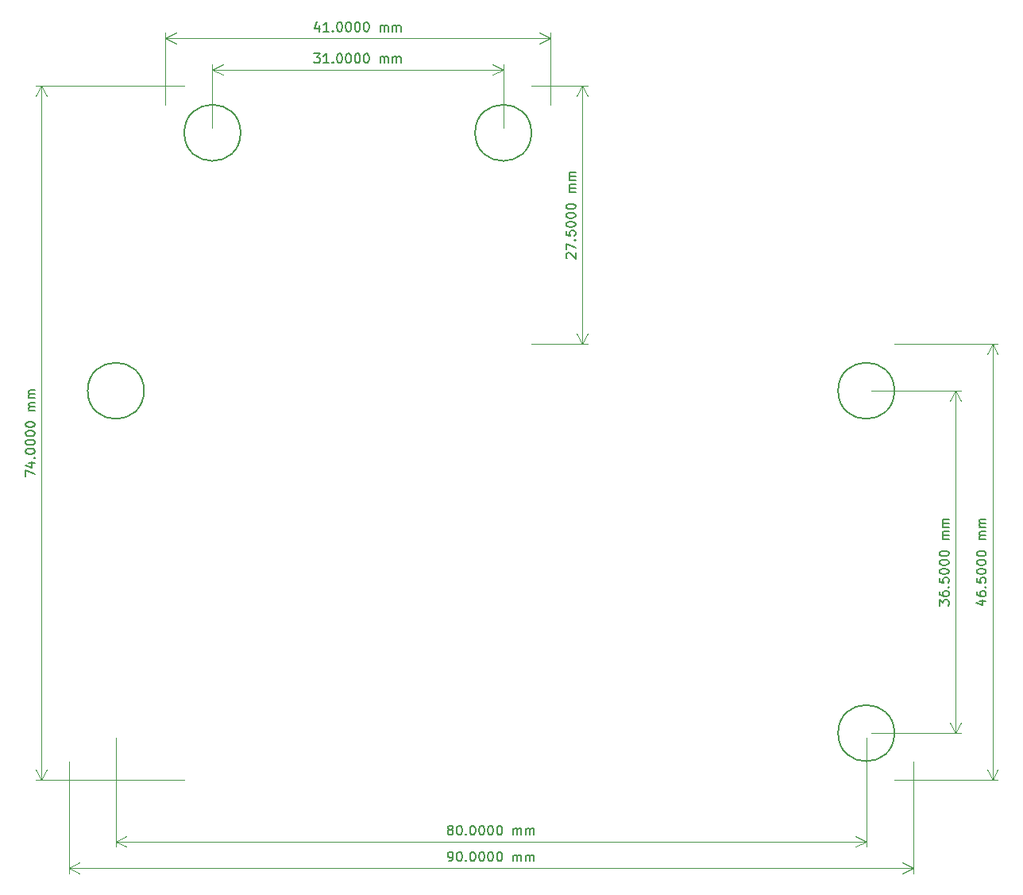
<source format=gbr>
%TF.GenerationSoftware,KiCad,Pcbnew,8.0.5*%
%TF.CreationDate,2024-10-22T02:20:09+09:00*%
%TF.ProjectId,fsk-energymeter,66736b2d-656e-4657-9267-796d65746572,v0.0.1*%
%TF.SameCoordinates,Original*%
%TF.FileFunction,Other,Comment*%
%FSLAX46Y46*%
G04 Gerber Fmt 4.6, Leading zero omitted, Abs format (unit mm)*
G04 Created by KiCad (PCBNEW 8.0.5) date 2024-10-22 02:20:09*
%MOMM*%
%LPD*%
G01*
G04 APERTURE LIST*
%ADD10C,0.150000*%
%ADD11C,0.100000*%
G04 APERTURE END LIST*
D10*
X75874820Y-86266665D02*
X75874820Y-85599999D01*
X75874820Y-85599999D02*
X76874820Y-86028570D01*
X76208153Y-84790475D02*
X76874820Y-84790475D01*
X75827201Y-85028570D02*
X76541486Y-85266665D01*
X76541486Y-85266665D02*
X76541486Y-84647618D01*
X76779581Y-84266665D02*
X76827201Y-84219046D01*
X76827201Y-84219046D02*
X76874820Y-84266665D01*
X76874820Y-84266665D02*
X76827201Y-84314284D01*
X76827201Y-84314284D02*
X76779581Y-84266665D01*
X76779581Y-84266665D02*
X76874820Y-84266665D01*
X75874820Y-83599999D02*
X75874820Y-83504761D01*
X75874820Y-83504761D02*
X75922439Y-83409523D01*
X75922439Y-83409523D02*
X75970058Y-83361904D01*
X75970058Y-83361904D02*
X76065296Y-83314285D01*
X76065296Y-83314285D02*
X76255772Y-83266666D01*
X76255772Y-83266666D02*
X76493867Y-83266666D01*
X76493867Y-83266666D02*
X76684343Y-83314285D01*
X76684343Y-83314285D02*
X76779581Y-83361904D01*
X76779581Y-83361904D02*
X76827201Y-83409523D01*
X76827201Y-83409523D02*
X76874820Y-83504761D01*
X76874820Y-83504761D02*
X76874820Y-83599999D01*
X76874820Y-83599999D02*
X76827201Y-83695237D01*
X76827201Y-83695237D02*
X76779581Y-83742856D01*
X76779581Y-83742856D02*
X76684343Y-83790475D01*
X76684343Y-83790475D02*
X76493867Y-83838094D01*
X76493867Y-83838094D02*
X76255772Y-83838094D01*
X76255772Y-83838094D02*
X76065296Y-83790475D01*
X76065296Y-83790475D02*
X75970058Y-83742856D01*
X75970058Y-83742856D02*
X75922439Y-83695237D01*
X75922439Y-83695237D02*
X75874820Y-83599999D01*
X75874820Y-82647618D02*
X75874820Y-82552380D01*
X75874820Y-82552380D02*
X75922439Y-82457142D01*
X75922439Y-82457142D02*
X75970058Y-82409523D01*
X75970058Y-82409523D02*
X76065296Y-82361904D01*
X76065296Y-82361904D02*
X76255772Y-82314285D01*
X76255772Y-82314285D02*
X76493867Y-82314285D01*
X76493867Y-82314285D02*
X76684343Y-82361904D01*
X76684343Y-82361904D02*
X76779581Y-82409523D01*
X76779581Y-82409523D02*
X76827201Y-82457142D01*
X76827201Y-82457142D02*
X76874820Y-82552380D01*
X76874820Y-82552380D02*
X76874820Y-82647618D01*
X76874820Y-82647618D02*
X76827201Y-82742856D01*
X76827201Y-82742856D02*
X76779581Y-82790475D01*
X76779581Y-82790475D02*
X76684343Y-82838094D01*
X76684343Y-82838094D02*
X76493867Y-82885713D01*
X76493867Y-82885713D02*
X76255772Y-82885713D01*
X76255772Y-82885713D02*
X76065296Y-82838094D01*
X76065296Y-82838094D02*
X75970058Y-82790475D01*
X75970058Y-82790475D02*
X75922439Y-82742856D01*
X75922439Y-82742856D02*
X75874820Y-82647618D01*
X75874820Y-81695237D02*
X75874820Y-81599999D01*
X75874820Y-81599999D02*
X75922439Y-81504761D01*
X75922439Y-81504761D02*
X75970058Y-81457142D01*
X75970058Y-81457142D02*
X76065296Y-81409523D01*
X76065296Y-81409523D02*
X76255772Y-81361904D01*
X76255772Y-81361904D02*
X76493867Y-81361904D01*
X76493867Y-81361904D02*
X76684343Y-81409523D01*
X76684343Y-81409523D02*
X76779581Y-81457142D01*
X76779581Y-81457142D02*
X76827201Y-81504761D01*
X76827201Y-81504761D02*
X76874820Y-81599999D01*
X76874820Y-81599999D02*
X76874820Y-81695237D01*
X76874820Y-81695237D02*
X76827201Y-81790475D01*
X76827201Y-81790475D02*
X76779581Y-81838094D01*
X76779581Y-81838094D02*
X76684343Y-81885713D01*
X76684343Y-81885713D02*
X76493867Y-81933332D01*
X76493867Y-81933332D02*
X76255772Y-81933332D01*
X76255772Y-81933332D02*
X76065296Y-81885713D01*
X76065296Y-81885713D02*
X75970058Y-81838094D01*
X75970058Y-81838094D02*
X75922439Y-81790475D01*
X75922439Y-81790475D02*
X75874820Y-81695237D01*
X75874820Y-80742856D02*
X75874820Y-80647618D01*
X75874820Y-80647618D02*
X75922439Y-80552380D01*
X75922439Y-80552380D02*
X75970058Y-80504761D01*
X75970058Y-80504761D02*
X76065296Y-80457142D01*
X76065296Y-80457142D02*
X76255772Y-80409523D01*
X76255772Y-80409523D02*
X76493867Y-80409523D01*
X76493867Y-80409523D02*
X76684343Y-80457142D01*
X76684343Y-80457142D02*
X76779581Y-80504761D01*
X76779581Y-80504761D02*
X76827201Y-80552380D01*
X76827201Y-80552380D02*
X76874820Y-80647618D01*
X76874820Y-80647618D02*
X76874820Y-80742856D01*
X76874820Y-80742856D02*
X76827201Y-80838094D01*
X76827201Y-80838094D02*
X76779581Y-80885713D01*
X76779581Y-80885713D02*
X76684343Y-80933332D01*
X76684343Y-80933332D02*
X76493867Y-80980951D01*
X76493867Y-80980951D02*
X76255772Y-80980951D01*
X76255772Y-80980951D02*
X76065296Y-80933332D01*
X76065296Y-80933332D02*
X75970058Y-80885713D01*
X75970058Y-80885713D02*
X75922439Y-80838094D01*
X75922439Y-80838094D02*
X75874820Y-80742856D01*
X76874820Y-79219046D02*
X76208153Y-79219046D01*
X76303391Y-79219046D02*
X76255772Y-79171427D01*
X76255772Y-79171427D02*
X76208153Y-79076189D01*
X76208153Y-79076189D02*
X76208153Y-78933332D01*
X76208153Y-78933332D02*
X76255772Y-78838094D01*
X76255772Y-78838094D02*
X76351010Y-78790475D01*
X76351010Y-78790475D02*
X76874820Y-78790475D01*
X76351010Y-78790475D02*
X76255772Y-78742856D01*
X76255772Y-78742856D02*
X76208153Y-78647618D01*
X76208153Y-78647618D02*
X76208153Y-78504761D01*
X76208153Y-78504761D02*
X76255772Y-78409522D01*
X76255772Y-78409522D02*
X76351010Y-78361903D01*
X76351010Y-78361903D02*
X76874820Y-78361903D01*
X76874820Y-77885713D02*
X76208153Y-77885713D01*
X76303391Y-77885713D02*
X76255772Y-77838094D01*
X76255772Y-77838094D02*
X76208153Y-77742856D01*
X76208153Y-77742856D02*
X76208153Y-77599999D01*
X76208153Y-77599999D02*
X76255772Y-77504761D01*
X76255772Y-77504761D02*
X76351010Y-77457142D01*
X76351010Y-77457142D02*
X76874820Y-77457142D01*
X76351010Y-77457142D02*
X76255772Y-77409523D01*
X76255772Y-77409523D02*
X76208153Y-77314285D01*
X76208153Y-77314285D02*
X76208153Y-77171428D01*
X76208153Y-77171428D02*
X76255772Y-77076189D01*
X76255772Y-77076189D02*
X76351010Y-77028570D01*
X76351010Y-77028570D02*
X76874820Y-77028570D01*
D11*
X92800000Y-44600000D02*
X76983581Y-44600000D01*
X92800000Y-118600000D02*
X76983581Y-118600000D01*
X77570001Y-44600000D02*
X77570001Y-118600000D01*
X77570001Y-44600000D02*
X77570001Y-118600000D01*
X77570001Y-44600000D02*
X78156422Y-45726504D01*
X77570001Y-44600000D02*
X76983580Y-45726504D01*
X77570001Y-118600000D02*
X76983580Y-117473496D01*
X77570001Y-118600000D02*
X78156422Y-117473496D01*
D10*
X120976191Y-127254819D02*
X121166667Y-127254819D01*
X121166667Y-127254819D02*
X121261905Y-127207200D01*
X121261905Y-127207200D02*
X121309524Y-127159580D01*
X121309524Y-127159580D02*
X121404762Y-127016723D01*
X121404762Y-127016723D02*
X121452381Y-126826247D01*
X121452381Y-126826247D02*
X121452381Y-126445295D01*
X121452381Y-126445295D02*
X121404762Y-126350057D01*
X121404762Y-126350057D02*
X121357143Y-126302438D01*
X121357143Y-126302438D02*
X121261905Y-126254819D01*
X121261905Y-126254819D02*
X121071429Y-126254819D01*
X121071429Y-126254819D02*
X120976191Y-126302438D01*
X120976191Y-126302438D02*
X120928572Y-126350057D01*
X120928572Y-126350057D02*
X120880953Y-126445295D01*
X120880953Y-126445295D02*
X120880953Y-126683390D01*
X120880953Y-126683390D02*
X120928572Y-126778628D01*
X120928572Y-126778628D02*
X120976191Y-126826247D01*
X120976191Y-126826247D02*
X121071429Y-126873866D01*
X121071429Y-126873866D02*
X121261905Y-126873866D01*
X121261905Y-126873866D02*
X121357143Y-126826247D01*
X121357143Y-126826247D02*
X121404762Y-126778628D01*
X121404762Y-126778628D02*
X121452381Y-126683390D01*
X122071429Y-126254819D02*
X122166667Y-126254819D01*
X122166667Y-126254819D02*
X122261905Y-126302438D01*
X122261905Y-126302438D02*
X122309524Y-126350057D01*
X122309524Y-126350057D02*
X122357143Y-126445295D01*
X122357143Y-126445295D02*
X122404762Y-126635771D01*
X122404762Y-126635771D02*
X122404762Y-126873866D01*
X122404762Y-126873866D02*
X122357143Y-127064342D01*
X122357143Y-127064342D02*
X122309524Y-127159580D01*
X122309524Y-127159580D02*
X122261905Y-127207200D01*
X122261905Y-127207200D02*
X122166667Y-127254819D01*
X122166667Y-127254819D02*
X122071429Y-127254819D01*
X122071429Y-127254819D02*
X121976191Y-127207200D01*
X121976191Y-127207200D02*
X121928572Y-127159580D01*
X121928572Y-127159580D02*
X121880953Y-127064342D01*
X121880953Y-127064342D02*
X121833334Y-126873866D01*
X121833334Y-126873866D02*
X121833334Y-126635771D01*
X121833334Y-126635771D02*
X121880953Y-126445295D01*
X121880953Y-126445295D02*
X121928572Y-126350057D01*
X121928572Y-126350057D02*
X121976191Y-126302438D01*
X121976191Y-126302438D02*
X122071429Y-126254819D01*
X122833334Y-127159580D02*
X122880953Y-127207200D01*
X122880953Y-127207200D02*
X122833334Y-127254819D01*
X122833334Y-127254819D02*
X122785715Y-127207200D01*
X122785715Y-127207200D02*
X122833334Y-127159580D01*
X122833334Y-127159580D02*
X122833334Y-127254819D01*
X123500000Y-126254819D02*
X123595238Y-126254819D01*
X123595238Y-126254819D02*
X123690476Y-126302438D01*
X123690476Y-126302438D02*
X123738095Y-126350057D01*
X123738095Y-126350057D02*
X123785714Y-126445295D01*
X123785714Y-126445295D02*
X123833333Y-126635771D01*
X123833333Y-126635771D02*
X123833333Y-126873866D01*
X123833333Y-126873866D02*
X123785714Y-127064342D01*
X123785714Y-127064342D02*
X123738095Y-127159580D01*
X123738095Y-127159580D02*
X123690476Y-127207200D01*
X123690476Y-127207200D02*
X123595238Y-127254819D01*
X123595238Y-127254819D02*
X123500000Y-127254819D01*
X123500000Y-127254819D02*
X123404762Y-127207200D01*
X123404762Y-127207200D02*
X123357143Y-127159580D01*
X123357143Y-127159580D02*
X123309524Y-127064342D01*
X123309524Y-127064342D02*
X123261905Y-126873866D01*
X123261905Y-126873866D02*
X123261905Y-126635771D01*
X123261905Y-126635771D02*
X123309524Y-126445295D01*
X123309524Y-126445295D02*
X123357143Y-126350057D01*
X123357143Y-126350057D02*
X123404762Y-126302438D01*
X123404762Y-126302438D02*
X123500000Y-126254819D01*
X124452381Y-126254819D02*
X124547619Y-126254819D01*
X124547619Y-126254819D02*
X124642857Y-126302438D01*
X124642857Y-126302438D02*
X124690476Y-126350057D01*
X124690476Y-126350057D02*
X124738095Y-126445295D01*
X124738095Y-126445295D02*
X124785714Y-126635771D01*
X124785714Y-126635771D02*
X124785714Y-126873866D01*
X124785714Y-126873866D02*
X124738095Y-127064342D01*
X124738095Y-127064342D02*
X124690476Y-127159580D01*
X124690476Y-127159580D02*
X124642857Y-127207200D01*
X124642857Y-127207200D02*
X124547619Y-127254819D01*
X124547619Y-127254819D02*
X124452381Y-127254819D01*
X124452381Y-127254819D02*
X124357143Y-127207200D01*
X124357143Y-127207200D02*
X124309524Y-127159580D01*
X124309524Y-127159580D02*
X124261905Y-127064342D01*
X124261905Y-127064342D02*
X124214286Y-126873866D01*
X124214286Y-126873866D02*
X124214286Y-126635771D01*
X124214286Y-126635771D02*
X124261905Y-126445295D01*
X124261905Y-126445295D02*
X124309524Y-126350057D01*
X124309524Y-126350057D02*
X124357143Y-126302438D01*
X124357143Y-126302438D02*
X124452381Y-126254819D01*
X125404762Y-126254819D02*
X125500000Y-126254819D01*
X125500000Y-126254819D02*
X125595238Y-126302438D01*
X125595238Y-126302438D02*
X125642857Y-126350057D01*
X125642857Y-126350057D02*
X125690476Y-126445295D01*
X125690476Y-126445295D02*
X125738095Y-126635771D01*
X125738095Y-126635771D02*
X125738095Y-126873866D01*
X125738095Y-126873866D02*
X125690476Y-127064342D01*
X125690476Y-127064342D02*
X125642857Y-127159580D01*
X125642857Y-127159580D02*
X125595238Y-127207200D01*
X125595238Y-127207200D02*
X125500000Y-127254819D01*
X125500000Y-127254819D02*
X125404762Y-127254819D01*
X125404762Y-127254819D02*
X125309524Y-127207200D01*
X125309524Y-127207200D02*
X125261905Y-127159580D01*
X125261905Y-127159580D02*
X125214286Y-127064342D01*
X125214286Y-127064342D02*
X125166667Y-126873866D01*
X125166667Y-126873866D02*
X125166667Y-126635771D01*
X125166667Y-126635771D02*
X125214286Y-126445295D01*
X125214286Y-126445295D02*
X125261905Y-126350057D01*
X125261905Y-126350057D02*
X125309524Y-126302438D01*
X125309524Y-126302438D02*
X125404762Y-126254819D01*
X126357143Y-126254819D02*
X126452381Y-126254819D01*
X126452381Y-126254819D02*
X126547619Y-126302438D01*
X126547619Y-126302438D02*
X126595238Y-126350057D01*
X126595238Y-126350057D02*
X126642857Y-126445295D01*
X126642857Y-126445295D02*
X126690476Y-126635771D01*
X126690476Y-126635771D02*
X126690476Y-126873866D01*
X126690476Y-126873866D02*
X126642857Y-127064342D01*
X126642857Y-127064342D02*
X126595238Y-127159580D01*
X126595238Y-127159580D02*
X126547619Y-127207200D01*
X126547619Y-127207200D02*
X126452381Y-127254819D01*
X126452381Y-127254819D02*
X126357143Y-127254819D01*
X126357143Y-127254819D02*
X126261905Y-127207200D01*
X126261905Y-127207200D02*
X126214286Y-127159580D01*
X126214286Y-127159580D02*
X126166667Y-127064342D01*
X126166667Y-127064342D02*
X126119048Y-126873866D01*
X126119048Y-126873866D02*
X126119048Y-126635771D01*
X126119048Y-126635771D02*
X126166667Y-126445295D01*
X126166667Y-126445295D02*
X126214286Y-126350057D01*
X126214286Y-126350057D02*
X126261905Y-126302438D01*
X126261905Y-126302438D02*
X126357143Y-126254819D01*
X127880953Y-127254819D02*
X127880953Y-126588152D01*
X127880953Y-126683390D02*
X127928572Y-126635771D01*
X127928572Y-126635771D02*
X128023810Y-126588152D01*
X128023810Y-126588152D02*
X128166667Y-126588152D01*
X128166667Y-126588152D02*
X128261905Y-126635771D01*
X128261905Y-126635771D02*
X128309524Y-126731009D01*
X128309524Y-126731009D02*
X128309524Y-127254819D01*
X128309524Y-126731009D02*
X128357143Y-126635771D01*
X128357143Y-126635771D02*
X128452381Y-126588152D01*
X128452381Y-126588152D02*
X128595238Y-126588152D01*
X128595238Y-126588152D02*
X128690477Y-126635771D01*
X128690477Y-126635771D02*
X128738096Y-126731009D01*
X128738096Y-126731009D02*
X128738096Y-127254819D01*
X129214286Y-127254819D02*
X129214286Y-126588152D01*
X129214286Y-126683390D02*
X129261905Y-126635771D01*
X129261905Y-126635771D02*
X129357143Y-126588152D01*
X129357143Y-126588152D02*
X129500000Y-126588152D01*
X129500000Y-126588152D02*
X129595238Y-126635771D01*
X129595238Y-126635771D02*
X129642857Y-126731009D01*
X129642857Y-126731009D02*
X129642857Y-127254819D01*
X129642857Y-126731009D02*
X129690476Y-126635771D01*
X129690476Y-126635771D02*
X129785714Y-126588152D01*
X129785714Y-126588152D02*
X129928571Y-126588152D01*
X129928571Y-126588152D02*
X130023810Y-126635771D01*
X130023810Y-126635771D02*
X130071429Y-126731009D01*
X130071429Y-126731009D02*
X130071429Y-127254819D01*
D11*
X170500000Y-116600000D02*
X170500000Y-128536420D01*
X80500000Y-116600000D02*
X80500000Y-128536420D01*
X170500000Y-127950000D02*
X80500000Y-127950000D01*
X170500000Y-127950000D02*
X80500000Y-127950000D01*
X170500000Y-127950000D02*
X169373496Y-128536421D01*
X170500000Y-127950000D02*
X169373496Y-127363579D01*
X80500000Y-127950000D02*
X81626504Y-127363579D01*
X80500000Y-127950000D02*
X81626504Y-128536421D01*
D10*
X173304819Y-100016665D02*
X173304819Y-99397618D01*
X173304819Y-99397618D02*
X173685771Y-99730951D01*
X173685771Y-99730951D02*
X173685771Y-99588094D01*
X173685771Y-99588094D02*
X173733390Y-99492856D01*
X173733390Y-99492856D02*
X173781009Y-99445237D01*
X173781009Y-99445237D02*
X173876247Y-99397618D01*
X173876247Y-99397618D02*
X174114342Y-99397618D01*
X174114342Y-99397618D02*
X174209580Y-99445237D01*
X174209580Y-99445237D02*
X174257200Y-99492856D01*
X174257200Y-99492856D02*
X174304819Y-99588094D01*
X174304819Y-99588094D02*
X174304819Y-99873808D01*
X174304819Y-99873808D02*
X174257200Y-99969046D01*
X174257200Y-99969046D02*
X174209580Y-100016665D01*
X173304819Y-98540475D02*
X173304819Y-98730951D01*
X173304819Y-98730951D02*
X173352438Y-98826189D01*
X173352438Y-98826189D02*
X173400057Y-98873808D01*
X173400057Y-98873808D02*
X173542914Y-98969046D01*
X173542914Y-98969046D02*
X173733390Y-99016665D01*
X173733390Y-99016665D02*
X174114342Y-99016665D01*
X174114342Y-99016665D02*
X174209580Y-98969046D01*
X174209580Y-98969046D02*
X174257200Y-98921427D01*
X174257200Y-98921427D02*
X174304819Y-98826189D01*
X174304819Y-98826189D02*
X174304819Y-98635713D01*
X174304819Y-98635713D02*
X174257200Y-98540475D01*
X174257200Y-98540475D02*
X174209580Y-98492856D01*
X174209580Y-98492856D02*
X174114342Y-98445237D01*
X174114342Y-98445237D02*
X173876247Y-98445237D01*
X173876247Y-98445237D02*
X173781009Y-98492856D01*
X173781009Y-98492856D02*
X173733390Y-98540475D01*
X173733390Y-98540475D02*
X173685771Y-98635713D01*
X173685771Y-98635713D02*
X173685771Y-98826189D01*
X173685771Y-98826189D02*
X173733390Y-98921427D01*
X173733390Y-98921427D02*
X173781009Y-98969046D01*
X173781009Y-98969046D02*
X173876247Y-99016665D01*
X174209580Y-98016665D02*
X174257200Y-97969046D01*
X174257200Y-97969046D02*
X174304819Y-98016665D01*
X174304819Y-98016665D02*
X174257200Y-98064284D01*
X174257200Y-98064284D02*
X174209580Y-98016665D01*
X174209580Y-98016665D02*
X174304819Y-98016665D01*
X173304819Y-97064285D02*
X173304819Y-97540475D01*
X173304819Y-97540475D02*
X173781009Y-97588094D01*
X173781009Y-97588094D02*
X173733390Y-97540475D01*
X173733390Y-97540475D02*
X173685771Y-97445237D01*
X173685771Y-97445237D02*
X173685771Y-97207142D01*
X173685771Y-97207142D02*
X173733390Y-97111904D01*
X173733390Y-97111904D02*
X173781009Y-97064285D01*
X173781009Y-97064285D02*
X173876247Y-97016666D01*
X173876247Y-97016666D02*
X174114342Y-97016666D01*
X174114342Y-97016666D02*
X174209580Y-97064285D01*
X174209580Y-97064285D02*
X174257200Y-97111904D01*
X174257200Y-97111904D02*
X174304819Y-97207142D01*
X174304819Y-97207142D02*
X174304819Y-97445237D01*
X174304819Y-97445237D02*
X174257200Y-97540475D01*
X174257200Y-97540475D02*
X174209580Y-97588094D01*
X173304819Y-96397618D02*
X173304819Y-96302380D01*
X173304819Y-96302380D02*
X173352438Y-96207142D01*
X173352438Y-96207142D02*
X173400057Y-96159523D01*
X173400057Y-96159523D02*
X173495295Y-96111904D01*
X173495295Y-96111904D02*
X173685771Y-96064285D01*
X173685771Y-96064285D02*
X173923866Y-96064285D01*
X173923866Y-96064285D02*
X174114342Y-96111904D01*
X174114342Y-96111904D02*
X174209580Y-96159523D01*
X174209580Y-96159523D02*
X174257200Y-96207142D01*
X174257200Y-96207142D02*
X174304819Y-96302380D01*
X174304819Y-96302380D02*
X174304819Y-96397618D01*
X174304819Y-96397618D02*
X174257200Y-96492856D01*
X174257200Y-96492856D02*
X174209580Y-96540475D01*
X174209580Y-96540475D02*
X174114342Y-96588094D01*
X174114342Y-96588094D02*
X173923866Y-96635713D01*
X173923866Y-96635713D02*
X173685771Y-96635713D01*
X173685771Y-96635713D02*
X173495295Y-96588094D01*
X173495295Y-96588094D02*
X173400057Y-96540475D01*
X173400057Y-96540475D02*
X173352438Y-96492856D01*
X173352438Y-96492856D02*
X173304819Y-96397618D01*
X173304819Y-95445237D02*
X173304819Y-95349999D01*
X173304819Y-95349999D02*
X173352438Y-95254761D01*
X173352438Y-95254761D02*
X173400057Y-95207142D01*
X173400057Y-95207142D02*
X173495295Y-95159523D01*
X173495295Y-95159523D02*
X173685771Y-95111904D01*
X173685771Y-95111904D02*
X173923866Y-95111904D01*
X173923866Y-95111904D02*
X174114342Y-95159523D01*
X174114342Y-95159523D02*
X174209580Y-95207142D01*
X174209580Y-95207142D02*
X174257200Y-95254761D01*
X174257200Y-95254761D02*
X174304819Y-95349999D01*
X174304819Y-95349999D02*
X174304819Y-95445237D01*
X174304819Y-95445237D02*
X174257200Y-95540475D01*
X174257200Y-95540475D02*
X174209580Y-95588094D01*
X174209580Y-95588094D02*
X174114342Y-95635713D01*
X174114342Y-95635713D02*
X173923866Y-95683332D01*
X173923866Y-95683332D02*
X173685771Y-95683332D01*
X173685771Y-95683332D02*
X173495295Y-95635713D01*
X173495295Y-95635713D02*
X173400057Y-95588094D01*
X173400057Y-95588094D02*
X173352438Y-95540475D01*
X173352438Y-95540475D02*
X173304819Y-95445237D01*
X173304819Y-94492856D02*
X173304819Y-94397618D01*
X173304819Y-94397618D02*
X173352438Y-94302380D01*
X173352438Y-94302380D02*
X173400057Y-94254761D01*
X173400057Y-94254761D02*
X173495295Y-94207142D01*
X173495295Y-94207142D02*
X173685771Y-94159523D01*
X173685771Y-94159523D02*
X173923866Y-94159523D01*
X173923866Y-94159523D02*
X174114342Y-94207142D01*
X174114342Y-94207142D02*
X174209580Y-94254761D01*
X174209580Y-94254761D02*
X174257200Y-94302380D01*
X174257200Y-94302380D02*
X174304819Y-94397618D01*
X174304819Y-94397618D02*
X174304819Y-94492856D01*
X174304819Y-94492856D02*
X174257200Y-94588094D01*
X174257200Y-94588094D02*
X174209580Y-94635713D01*
X174209580Y-94635713D02*
X174114342Y-94683332D01*
X174114342Y-94683332D02*
X173923866Y-94730951D01*
X173923866Y-94730951D02*
X173685771Y-94730951D01*
X173685771Y-94730951D02*
X173495295Y-94683332D01*
X173495295Y-94683332D02*
X173400057Y-94635713D01*
X173400057Y-94635713D02*
X173352438Y-94588094D01*
X173352438Y-94588094D02*
X173304819Y-94492856D01*
X174304819Y-92969046D02*
X173638152Y-92969046D01*
X173733390Y-92969046D02*
X173685771Y-92921427D01*
X173685771Y-92921427D02*
X173638152Y-92826189D01*
X173638152Y-92826189D02*
X173638152Y-92683332D01*
X173638152Y-92683332D02*
X173685771Y-92588094D01*
X173685771Y-92588094D02*
X173781009Y-92540475D01*
X173781009Y-92540475D02*
X174304819Y-92540475D01*
X173781009Y-92540475D02*
X173685771Y-92492856D01*
X173685771Y-92492856D02*
X173638152Y-92397618D01*
X173638152Y-92397618D02*
X173638152Y-92254761D01*
X173638152Y-92254761D02*
X173685771Y-92159522D01*
X173685771Y-92159522D02*
X173781009Y-92111903D01*
X173781009Y-92111903D02*
X174304819Y-92111903D01*
X174304819Y-91635713D02*
X173638152Y-91635713D01*
X173733390Y-91635713D02*
X173685771Y-91588094D01*
X173685771Y-91588094D02*
X173638152Y-91492856D01*
X173638152Y-91492856D02*
X173638152Y-91349999D01*
X173638152Y-91349999D02*
X173685771Y-91254761D01*
X173685771Y-91254761D02*
X173781009Y-91207142D01*
X173781009Y-91207142D02*
X174304819Y-91207142D01*
X173781009Y-91207142D02*
X173685771Y-91159523D01*
X173685771Y-91159523D02*
X173638152Y-91064285D01*
X173638152Y-91064285D02*
X173638152Y-90921428D01*
X173638152Y-90921428D02*
X173685771Y-90826189D01*
X173685771Y-90826189D02*
X173781009Y-90778570D01*
X173781009Y-90778570D02*
X174304819Y-90778570D01*
D11*
X166000000Y-77100000D02*
X175586420Y-77100000D01*
X166000000Y-113600000D02*
X175586420Y-113600000D01*
X175000000Y-77100000D02*
X175000000Y-113600000D01*
X175000000Y-77100000D02*
X175000000Y-113600000D01*
X175000000Y-77100000D02*
X175586421Y-78226504D01*
X175000000Y-77100000D02*
X174413579Y-78226504D01*
X175000000Y-113600000D02*
X174413579Y-112473496D01*
X175000000Y-113600000D02*
X175586421Y-112473496D01*
D10*
X121071429Y-123883390D02*
X120976191Y-123835771D01*
X120976191Y-123835771D02*
X120928572Y-123788152D01*
X120928572Y-123788152D02*
X120880953Y-123692914D01*
X120880953Y-123692914D02*
X120880953Y-123645295D01*
X120880953Y-123645295D02*
X120928572Y-123550057D01*
X120928572Y-123550057D02*
X120976191Y-123502438D01*
X120976191Y-123502438D02*
X121071429Y-123454819D01*
X121071429Y-123454819D02*
X121261905Y-123454819D01*
X121261905Y-123454819D02*
X121357143Y-123502438D01*
X121357143Y-123502438D02*
X121404762Y-123550057D01*
X121404762Y-123550057D02*
X121452381Y-123645295D01*
X121452381Y-123645295D02*
X121452381Y-123692914D01*
X121452381Y-123692914D02*
X121404762Y-123788152D01*
X121404762Y-123788152D02*
X121357143Y-123835771D01*
X121357143Y-123835771D02*
X121261905Y-123883390D01*
X121261905Y-123883390D02*
X121071429Y-123883390D01*
X121071429Y-123883390D02*
X120976191Y-123931009D01*
X120976191Y-123931009D02*
X120928572Y-123978628D01*
X120928572Y-123978628D02*
X120880953Y-124073866D01*
X120880953Y-124073866D02*
X120880953Y-124264342D01*
X120880953Y-124264342D02*
X120928572Y-124359580D01*
X120928572Y-124359580D02*
X120976191Y-124407200D01*
X120976191Y-124407200D02*
X121071429Y-124454819D01*
X121071429Y-124454819D02*
X121261905Y-124454819D01*
X121261905Y-124454819D02*
X121357143Y-124407200D01*
X121357143Y-124407200D02*
X121404762Y-124359580D01*
X121404762Y-124359580D02*
X121452381Y-124264342D01*
X121452381Y-124264342D02*
X121452381Y-124073866D01*
X121452381Y-124073866D02*
X121404762Y-123978628D01*
X121404762Y-123978628D02*
X121357143Y-123931009D01*
X121357143Y-123931009D02*
X121261905Y-123883390D01*
X122071429Y-123454819D02*
X122166667Y-123454819D01*
X122166667Y-123454819D02*
X122261905Y-123502438D01*
X122261905Y-123502438D02*
X122309524Y-123550057D01*
X122309524Y-123550057D02*
X122357143Y-123645295D01*
X122357143Y-123645295D02*
X122404762Y-123835771D01*
X122404762Y-123835771D02*
X122404762Y-124073866D01*
X122404762Y-124073866D02*
X122357143Y-124264342D01*
X122357143Y-124264342D02*
X122309524Y-124359580D01*
X122309524Y-124359580D02*
X122261905Y-124407200D01*
X122261905Y-124407200D02*
X122166667Y-124454819D01*
X122166667Y-124454819D02*
X122071429Y-124454819D01*
X122071429Y-124454819D02*
X121976191Y-124407200D01*
X121976191Y-124407200D02*
X121928572Y-124359580D01*
X121928572Y-124359580D02*
X121880953Y-124264342D01*
X121880953Y-124264342D02*
X121833334Y-124073866D01*
X121833334Y-124073866D02*
X121833334Y-123835771D01*
X121833334Y-123835771D02*
X121880953Y-123645295D01*
X121880953Y-123645295D02*
X121928572Y-123550057D01*
X121928572Y-123550057D02*
X121976191Y-123502438D01*
X121976191Y-123502438D02*
X122071429Y-123454819D01*
X122833334Y-124359580D02*
X122880953Y-124407200D01*
X122880953Y-124407200D02*
X122833334Y-124454819D01*
X122833334Y-124454819D02*
X122785715Y-124407200D01*
X122785715Y-124407200D02*
X122833334Y-124359580D01*
X122833334Y-124359580D02*
X122833334Y-124454819D01*
X123500000Y-123454819D02*
X123595238Y-123454819D01*
X123595238Y-123454819D02*
X123690476Y-123502438D01*
X123690476Y-123502438D02*
X123738095Y-123550057D01*
X123738095Y-123550057D02*
X123785714Y-123645295D01*
X123785714Y-123645295D02*
X123833333Y-123835771D01*
X123833333Y-123835771D02*
X123833333Y-124073866D01*
X123833333Y-124073866D02*
X123785714Y-124264342D01*
X123785714Y-124264342D02*
X123738095Y-124359580D01*
X123738095Y-124359580D02*
X123690476Y-124407200D01*
X123690476Y-124407200D02*
X123595238Y-124454819D01*
X123595238Y-124454819D02*
X123500000Y-124454819D01*
X123500000Y-124454819D02*
X123404762Y-124407200D01*
X123404762Y-124407200D02*
X123357143Y-124359580D01*
X123357143Y-124359580D02*
X123309524Y-124264342D01*
X123309524Y-124264342D02*
X123261905Y-124073866D01*
X123261905Y-124073866D02*
X123261905Y-123835771D01*
X123261905Y-123835771D02*
X123309524Y-123645295D01*
X123309524Y-123645295D02*
X123357143Y-123550057D01*
X123357143Y-123550057D02*
X123404762Y-123502438D01*
X123404762Y-123502438D02*
X123500000Y-123454819D01*
X124452381Y-123454819D02*
X124547619Y-123454819D01*
X124547619Y-123454819D02*
X124642857Y-123502438D01*
X124642857Y-123502438D02*
X124690476Y-123550057D01*
X124690476Y-123550057D02*
X124738095Y-123645295D01*
X124738095Y-123645295D02*
X124785714Y-123835771D01*
X124785714Y-123835771D02*
X124785714Y-124073866D01*
X124785714Y-124073866D02*
X124738095Y-124264342D01*
X124738095Y-124264342D02*
X124690476Y-124359580D01*
X124690476Y-124359580D02*
X124642857Y-124407200D01*
X124642857Y-124407200D02*
X124547619Y-124454819D01*
X124547619Y-124454819D02*
X124452381Y-124454819D01*
X124452381Y-124454819D02*
X124357143Y-124407200D01*
X124357143Y-124407200D02*
X124309524Y-124359580D01*
X124309524Y-124359580D02*
X124261905Y-124264342D01*
X124261905Y-124264342D02*
X124214286Y-124073866D01*
X124214286Y-124073866D02*
X124214286Y-123835771D01*
X124214286Y-123835771D02*
X124261905Y-123645295D01*
X124261905Y-123645295D02*
X124309524Y-123550057D01*
X124309524Y-123550057D02*
X124357143Y-123502438D01*
X124357143Y-123502438D02*
X124452381Y-123454819D01*
X125404762Y-123454819D02*
X125500000Y-123454819D01*
X125500000Y-123454819D02*
X125595238Y-123502438D01*
X125595238Y-123502438D02*
X125642857Y-123550057D01*
X125642857Y-123550057D02*
X125690476Y-123645295D01*
X125690476Y-123645295D02*
X125738095Y-123835771D01*
X125738095Y-123835771D02*
X125738095Y-124073866D01*
X125738095Y-124073866D02*
X125690476Y-124264342D01*
X125690476Y-124264342D02*
X125642857Y-124359580D01*
X125642857Y-124359580D02*
X125595238Y-124407200D01*
X125595238Y-124407200D02*
X125500000Y-124454819D01*
X125500000Y-124454819D02*
X125404762Y-124454819D01*
X125404762Y-124454819D02*
X125309524Y-124407200D01*
X125309524Y-124407200D02*
X125261905Y-124359580D01*
X125261905Y-124359580D02*
X125214286Y-124264342D01*
X125214286Y-124264342D02*
X125166667Y-124073866D01*
X125166667Y-124073866D02*
X125166667Y-123835771D01*
X125166667Y-123835771D02*
X125214286Y-123645295D01*
X125214286Y-123645295D02*
X125261905Y-123550057D01*
X125261905Y-123550057D02*
X125309524Y-123502438D01*
X125309524Y-123502438D02*
X125404762Y-123454819D01*
X126357143Y-123454819D02*
X126452381Y-123454819D01*
X126452381Y-123454819D02*
X126547619Y-123502438D01*
X126547619Y-123502438D02*
X126595238Y-123550057D01*
X126595238Y-123550057D02*
X126642857Y-123645295D01*
X126642857Y-123645295D02*
X126690476Y-123835771D01*
X126690476Y-123835771D02*
X126690476Y-124073866D01*
X126690476Y-124073866D02*
X126642857Y-124264342D01*
X126642857Y-124264342D02*
X126595238Y-124359580D01*
X126595238Y-124359580D02*
X126547619Y-124407200D01*
X126547619Y-124407200D02*
X126452381Y-124454819D01*
X126452381Y-124454819D02*
X126357143Y-124454819D01*
X126357143Y-124454819D02*
X126261905Y-124407200D01*
X126261905Y-124407200D02*
X126214286Y-124359580D01*
X126214286Y-124359580D02*
X126166667Y-124264342D01*
X126166667Y-124264342D02*
X126119048Y-124073866D01*
X126119048Y-124073866D02*
X126119048Y-123835771D01*
X126119048Y-123835771D02*
X126166667Y-123645295D01*
X126166667Y-123645295D02*
X126214286Y-123550057D01*
X126214286Y-123550057D02*
X126261905Y-123502438D01*
X126261905Y-123502438D02*
X126357143Y-123454819D01*
X127880953Y-124454819D02*
X127880953Y-123788152D01*
X127880953Y-123883390D02*
X127928572Y-123835771D01*
X127928572Y-123835771D02*
X128023810Y-123788152D01*
X128023810Y-123788152D02*
X128166667Y-123788152D01*
X128166667Y-123788152D02*
X128261905Y-123835771D01*
X128261905Y-123835771D02*
X128309524Y-123931009D01*
X128309524Y-123931009D02*
X128309524Y-124454819D01*
X128309524Y-123931009D02*
X128357143Y-123835771D01*
X128357143Y-123835771D02*
X128452381Y-123788152D01*
X128452381Y-123788152D02*
X128595238Y-123788152D01*
X128595238Y-123788152D02*
X128690477Y-123835771D01*
X128690477Y-123835771D02*
X128738096Y-123931009D01*
X128738096Y-123931009D02*
X128738096Y-124454819D01*
X129214286Y-124454819D02*
X129214286Y-123788152D01*
X129214286Y-123883390D02*
X129261905Y-123835771D01*
X129261905Y-123835771D02*
X129357143Y-123788152D01*
X129357143Y-123788152D02*
X129500000Y-123788152D01*
X129500000Y-123788152D02*
X129595238Y-123835771D01*
X129595238Y-123835771D02*
X129642857Y-123931009D01*
X129642857Y-123931009D02*
X129642857Y-124454819D01*
X129642857Y-123931009D02*
X129690476Y-123835771D01*
X129690476Y-123835771D02*
X129785714Y-123788152D01*
X129785714Y-123788152D02*
X129928571Y-123788152D01*
X129928571Y-123788152D02*
X130023810Y-123835771D01*
X130023810Y-123835771D02*
X130071429Y-123931009D01*
X130071429Y-123931009D02*
X130071429Y-124454819D01*
D11*
X165500000Y-114100000D02*
X165500000Y-125736420D01*
X85500000Y-114100000D02*
X85500000Y-125736420D01*
X165500000Y-125150000D02*
X85500000Y-125150000D01*
X165500000Y-125150000D02*
X85500000Y-125150000D01*
X165500000Y-125150000D02*
X164373496Y-125736421D01*
X165500000Y-125150000D02*
X164373496Y-124563579D01*
X85500000Y-125150000D02*
X86626504Y-124563579D01*
X85500000Y-125150000D02*
X86626504Y-125736421D01*
D10*
X133600057Y-62969046D02*
X133552438Y-62921427D01*
X133552438Y-62921427D02*
X133504819Y-62826189D01*
X133504819Y-62826189D02*
X133504819Y-62588094D01*
X133504819Y-62588094D02*
X133552438Y-62492856D01*
X133552438Y-62492856D02*
X133600057Y-62445237D01*
X133600057Y-62445237D02*
X133695295Y-62397618D01*
X133695295Y-62397618D02*
X133790533Y-62397618D01*
X133790533Y-62397618D02*
X133933390Y-62445237D01*
X133933390Y-62445237D02*
X134504819Y-63016665D01*
X134504819Y-63016665D02*
X134504819Y-62397618D01*
X133504819Y-62064284D02*
X133504819Y-61397618D01*
X133504819Y-61397618D02*
X134504819Y-61826189D01*
X134409580Y-61016665D02*
X134457200Y-60969046D01*
X134457200Y-60969046D02*
X134504819Y-61016665D01*
X134504819Y-61016665D02*
X134457200Y-61064284D01*
X134457200Y-61064284D02*
X134409580Y-61016665D01*
X134409580Y-61016665D02*
X134504819Y-61016665D01*
X133504819Y-60064285D02*
X133504819Y-60540475D01*
X133504819Y-60540475D02*
X133981009Y-60588094D01*
X133981009Y-60588094D02*
X133933390Y-60540475D01*
X133933390Y-60540475D02*
X133885771Y-60445237D01*
X133885771Y-60445237D02*
X133885771Y-60207142D01*
X133885771Y-60207142D02*
X133933390Y-60111904D01*
X133933390Y-60111904D02*
X133981009Y-60064285D01*
X133981009Y-60064285D02*
X134076247Y-60016666D01*
X134076247Y-60016666D02*
X134314342Y-60016666D01*
X134314342Y-60016666D02*
X134409580Y-60064285D01*
X134409580Y-60064285D02*
X134457200Y-60111904D01*
X134457200Y-60111904D02*
X134504819Y-60207142D01*
X134504819Y-60207142D02*
X134504819Y-60445237D01*
X134504819Y-60445237D02*
X134457200Y-60540475D01*
X134457200Y-60540475D02*
X134409580Y-60588094D01*
X133504819Y-59397618D02*
X133504819Y-59302380D01*
X133504819Y-59302380D02*
X133552438Y-59207142D01*
X133552438Y-59207142D02*
X133600057Y-59159523D01*
X133600057Y-59159523D02*
X133695295Y-59111904D01*
X133695295Y-59111904D02*
X133885771Y-59064285D01*
X133885771Y-59064285D02*
X134123866Y-59064285D01*
X134123866Y-59064285D02*
X134314342Y-59111904D01*
X134314342Y-59111904D02*
X134409580Y-59159523D01*
X134409580Y-59159523D02*
X134457200Y-59207142D01*
X134457200Y-59207142D02*
X134504819Y-59302380D01*
X134504819Y-59302380D02*
X134504819Y-59397618D01*
X134504819Y-59397618D02*
X134457200Y-59492856D01*
X134457200Y-59492856D02*
X134409580Y-59540475D01*
X134409580Y-59540475D02*
X134314342Y-59588094D01*
X134314342Y-59588094D02*
X134123866Y-59635713D01*
X134123866Y-59635713D02*
X133885771Y-59635713D01*
X133885771Y-59635713D02*
X133695295Y-59588094D01*
X133695295Y-59588094D02*
X133600057Y-59540475D01*
X133600057Y-59540475D02*
X133552438Y-59492856D01*
X133552438Y-59492856D02*
X133504819Y-59397618D01*
X133504819Y-58445237D02*
X133504819Y-58349999D01*
X133504819Y-58349999D02*
X133552438Y-58254761D01*
X133552438Y-58254761D02*
X133600057Y-58207142D01*
X133600057Y-58207142D02*
X133695295Y-58159523D01*
X133695295Y-58159523D02*
X133885771Y-58111904D01*
X133885771Y-58111904D02*
X134123866Y-58111904D01*
X134123866Y-58111904D02*
X134314342Y-58159523D01*
X134314342Y-58159523D02*
X134409580Y-58207142D01*
X134409580Y-58207142D02*
X134457200Y-58254761D01*
X134457200Y-58254761D02*
X134504819Y-58349999D01*
X134504819Y-58349999D02*
X134504819Y-58445237D01*
X134504819Y-58445237D02*
X134457200Y-58540475D01*
X134457200Y-58540475D02*
X134409580Y-58588094D01*
X134409580Y-58588094D02*
X134314342Y-58635713D01*
X134314342Y-58635713D02*
X134123866Y-58683332D01*
X134123866Y-58683332D02*
X133885771Y-58683332D01*
X133885771Y-58683332D02*
X133695295Y-58635713D01*
X133695295Y-58635713D02*
X133600057Y-58588094D01*
X133600057Y-58588094D02*
X133552438Y-58540475D01*
X133552438Y-58540475D02*
X133504819Y-58445237D01*
X133504819Y-57492856D02*
X133504819Y-57397618D01*
X133504819Y-57397618D02*
X133552438Y-57302380D01*
X133552438Y-57302380D02*
X133600057Y-57254761D01*
X133600057Y-57254761D02*
X133695295Y-57207142D01*
X133695295Y-57207142D02*
X133885771Y-57159523D01*
X133885771Y-57159523D02*
X134123866Y-57159523D01*
X134123866Y-57159523D02*
X134314342Y-57207142D01*
X134314342Y-57207142D02*
X134409580Y-57254761D01*
X134409580Y-57254761D02*
X134457200Y-57302380D01*
X134457200Y-57302380D02*
X134504819Y-57397618D01*
X134504819Y-57397618D02*
X134504819Y-57492856D01*
X134504819Y-57492856D02*
X134457200Y-57588094D01*
X134457200Y-57588094D02*
X134409580Y-57635713D01*
X134409580Y-57635713D02*
X134314342Y-57683332D01*
X134314342Y-57683332D02*
X134123866Y-57730951D01*
X134123866Y-57730951D02*
X133885771Y-57730951D01*
X133885771Y-57730951D02*
X133695295Y-57683332D01*
X133695295Y-57683332D02*
X133600057Y-57635713D01*
X133600057Y-57635713D02*
X133552438Y-57588094D01*
X133552438Y-57588094D02*
X133504819Y-57492856D01*
X134504819Y-55969046D02*
X133838152Y-55969046D01*
X133933390Y-55969046D02*
X133885771Y-55921427D01*
X133885771Y-55921427D02*
X133838152Y-55826189D01*
X133838152Y-55826189D02*
X133838152Y-55683332D01*
X133838152Y-55683332D02*
X133885771Y-55588094D01*
X133885771Y-55588094D02*
X133981009Y-55540475D01*
X133981009Y-55540475D02*
X134504819Y-55540475D01*
X133981009Y-55540475D02*
X133885771Y-55492856D01*
X133885771Y-55492856D02*
X133838152Y-55397618D01*
X133838152Y-55397618D02*
X133838152Y-55254761D01*
X133838152Y-55254761D02*
X133885771Y-55159522D01*
X133885771Y-55159522D02*
X133981009Y-55111903D01*
X133981009Y-55111903D02*
X134504819Y-55111903D01*
X134504819Y-54635713D02*
X133838152Y-54635713D01*
X133933390Y-54635713D02*
X133885771Y-54588094D01*
X133885771Y-54588094D02*
X133838152Y-54492856D01*
X133838152Y-54492856D02*
X133838152Y-54349999D01*
X133838152Y-54349999D02*
X133885771Y-54254761D01*
X133885771Y-54254761D02*
X133981009Y-54207142D01*
X133981009Y-54207142D02*
X134504819Y-54207142D01*
X133981009Y-54207142D02*
X133885771Y-54159523D01*
X133885771Y-54159523D02*
X133838152Y-54064285D01*
X133838152Y-54064285D02*
X133838152Y-53921428D01*
X133838152Y-53921428D02*
X133885771Y-53826189D01*
X133885771Y-53826189D02*
X133981009Y-53778570D01*
X133981009Y-53778570D02*
X134504819Y-53778570D01*
D11*
X129800000Y-44600000D02*
X135786420Y-44600000D01*
X129800000Y-72100000D02*
X135786420Y-72100000D01*
X135200000Y-44600000D02*
X135200000Y-72100000D01*
X135200000Y-44600000D02*
X135200000Y-72100000D01*
X135200000Y-44600000D02*
X135786421Y-45726504D01*
X135200000Y-44600000D02*
X134613579Y-45726504D01*
X135200000Y-72100000D02*
X134613579Y-70973496D01*
X135200000Y-72100000D02*
X135786421Y-70973496D01*
D10*
X177588152Y-99492856D02*
X178254819Y-99492856D01*
X177207200Y-99730951D02*
X177921485Y-99969046D01*
X177921485Y-99969046D02*
X177921485Y-99349999D01*
X177254819Y-98540475D02*
X177254819Y-98730951D01*
X177254819Y-98730951D02*
X177302438Y-98826189D01*
X177302438Y-98826189D02*
X177350057Y-98873808D01*
X177350057Y-98873808D02*
X177492914Y-98969046D01*
X177492914Y-98969046D02*
X177683390Y-99016665D01*
X177683390Y-99016665D02*
X178064342Y-99016665D01*
X178064342Y-99016665D02*
X178159580Y-98969046D01*
X178159580Y-98969046D02*
X178207200Y-98921427D01*
X178207200Y-98921427D02*
X178254819Y-98826189D01*
X178254819Y-98826189D02*
X178254819Y-98635713D01*
X178254819Y-98635713D02*
X178207200Y-98540475D01*
X178207200Y-98540475D02*
X178159580Y-98492856D01*
X178159580Y-98492856D02*
X178064342Y-98445237D01*
X178064342Y-98445237D02*
X177826247Y-98445237D01*
X177826247Y-98445237D02*
X177731009Y-98492856D01*
X177731009Y-98492856D02*
X177683390Y-98540475D01*
X177683390Y-98540475D02*
X177635771Y-98635713D01*
X177635771Y-98635713D02*
X177635771Y-98826189D01*
X177635771Y-98826189D02*
X177683390Y-98921427D01*
X177683390Y-98921427D02*
X177731009Y-98969046D01*
X177731009Y-98969046D02*
X177826247Y-99016665D01*
X178159580Y-98016665D02*
X178207200Y-97969046D01*
X178207200Y-97969046D02*
X178254819Y-98016665D01*
X178254819Y-98016665D02*
X178207200Y-98064284D01*
X178207200Y-98064284D02*
X178159580Y-98016665D01*
X178159580Y-98016665D02*
X178254819Y-98016665D01*
X177254819Y-97064285D02*
X177254819Y-97540475D01*
X177254819Y-97540475D02*
X177731009Y-97588094D01*
X177731009Y-97588094D02*
X177683390Y-97540475D01*
X177683390Y-97540475D02*
X177635771Y-97445237D01*
X177635771Y-97445237D02*
X177635771Y-97207142D01*
X177635771Y-97207142D02*
X177683390Y-97111904D01*
X177683390Y-97111904D02*
X177731009Y-97064285D01*
X177731009Y-97064285D02*
X177826247Y-97016666D01*
X177826247Y-97016666D02*
X178064342Y-97016666D01*
X178064342Y-97016666D02*
X178159580Y-97064285D01*
X178159580Y-97064285D02*
X178207200Y-97111904D01*
X178207200Y-97111904D02*
X178254819Y-97207142D01*
X178254819Y-97207142D02*
X178254819Y-97445237D01*
X178254819Y-97445237D02*
X178207200Y-97540475D01*
X178207200Y-97540475D02*
X178159580Y-97588094D01*
X177254819Y-96397618D02*
X177254819Y-96302380D01*
X177254819Y-96302380D02*
X177302438Y-96207142D01*
X177302438Y-96207142D02*
X177350057Y-96159523D01*
X177350057Y-96159523D02*
X177445295Y-96111904D01*
X177445295Y-96111904D02*
X177635771Y-96064285D01*
X177635771Y-96064285D02*
X177873866Y-96064285D01*
X177873866Y-96064285D02*
X178064342Y-96111904D01*
X178064342Y-96111904D02*
X178159580Y-96159523D01*
X178159580Y-96159523D02*
X178207200Y-96207142D01*
X178207200Y-96207142D02*
X178254819Y-96302380D01*
X178254819Y-96302380D02*
X178254819Y-96397618D01*
X178254819Y-96397618D02*
X178207200Y-96492856D01*
X178207200Y-96492856D02*
X178159580Y-96540475D01*
X178159580Y-96540475D02*
X178064342Y-96588094D01*
X178064342Y-96588094D02*
X177873866Y-96635713D01*
X177873866Y-96635713D02*
X177635771Y-96635713D01*
X177635771Y-96635713D02*
X177445295Y-96588094D01*
X177445295Y-96588094D02*
X177350057Y-96540475D01*
X177350057Y-96540475D02*
X177302438Y-96492856D01*
X177302438Y-96492856D02*
X177254819Y-96397618D01*
X177254819Y-95445237D02*
X177254819Y-95349999D01*
X177254819Y-95349999D02*
X177302438Y-95254761D01*
X177302438Y-95254761D02*
X177350057Y-95207142D01*
X177350057Y-95207142D02*
X177445295Y-95159523D01*
X177445295Y-95159523D02*
X177635771Y-95111904D01*
X177635771Y-95111904D02*
X177873866Y-95111904D01*
X177873866Y-95111904D02*
X178064342Y-95159523D01*
X178064342Y-95159523D02*
X178159580Y-95207142D01*
X178159580Y-95207142D02*
X178207200Y-95254761D01*
X178207200Y-95254761D02*
X178254819Y-95349999D01*
X178254819Y-95349999D02*
X178254819Y-95445237D01*
X178254819Y-95445237D02*
X178207200Y-95540475D01*
X178207200Y-95540475D02*
X178159580Y-95588094D01*
X178159580Y-95588094D02*
X178064342Y-95635713D01*
X178064342Y-95635713D02*
X177873866Y-95683332D01*
X177873866Y-95683332D02*
X177635771Y-95683332D01*
X177635771Y-95683332D02*
X177445295Y-95635713D01*
X177445295Y-95635713D02*
X177350057Y-95588094D01*
X177350057Y-95588094D02*
X177302438Y-95540475D01*
X177302438Y-95540475D02*
X177254819Y-95445237D01*
X177254819Y-94492856D02*
X177254819Y-94397618D01*
X177254819Y-94397618D02*
X177302438Y-94302380D01*
X177302438Y-94302380D02*
X177350057Y-94254761D01*
X177350057Y-94254761D02*
X177445295Y-94207142D01*
X177445295Y-94207142D02*
X177635771Y-94159523D01*
X177635771Y-94159523D02*
X177873866Y-94159523D01*
X177873866Y-94159523D02*
X178064342Y-94207142D01*
X178064342Y-94207142D02*
X178159580Y-94254761D01*
X178159580Y-94254761D02*
X178207200Y-94302380D01*
X178207200Y-94302380D02*
X178254819Y-94397618D01*
X178254819Y-94397618D02*
X178254819Y-94492856D01*
X178254819Y-94492856D02*
X178207200Y-94588094D01*
X178207200Y-94588094D02*
X178159580Y-94635713D01*
X178159580Y-94635713D02*
X178064342Y-94683332D01*
X178064342Y-94683332D02*
X177873866Y-94730951D01*
X177873866Y-94730951D02*
X177635771Y-94730951D01*
X177635771Y-94730951D02*
X177445295Y-94683332D01*
X177445295Y-94683332D02*
X177350057Y-94635713D01*
X177350057Y-94635713D02*
X177302438Y-94588094D01*
X177302438Y-94588094D02*
X177254819Y-94492856D01*
X178254819Y-92969046D02*
X177588152Y-92969046D01*
X177683390Y-92969046D02*
X177635771Y-92921427D01*
X177635771Y-92921427D02*
X177588152Y-92826189D01*
X177588152Y-92826189D02*
X177588152Y-92683332D01*
X177588152Y-92683332D02*
X177635771Y-92588094D01*
X177635771Y-92588094D02*
X177731009Y-92540475D01*
X177731009Y-92540475D02*
X178254819Y-92540475D01*
X177731009Y-92540475D02*
X177635771Y-92492856D01*
X177635771Y-92492856D02*
X177588152Y-92397618D01*
X177588152Y-92397618D02*
X177588152Y-92254761D01*
X177588152Y-92254761D02*
X177635771Y-92159522D01*
X177635771Y-92159522D02*
X177731009Y-92111903D01*
X177731009Y-92111903D02*
X178254819Y-92111903D01*
X178254819Y-91635713D02*
X177588152Y-91635713D01*
X177683390Y-91635713D02*
X177635771Y-91588094D01*
X177635771Y-91588094D02*
X177588152Y-91492856D01*
X177588152Y-91492856D02*
X177588152Y-91349999D01*
X177588152Y-91349999D02*
X177635771Y-91254761D01*
X177635771Y-91254761D02*
X177731009Y-91207142D01*
X177731009Y-91207142D02*
X178254819Y-91207142D01*
X177731009Y-91207142D02*
X177635771Y-91159523D01*
X177635771Y-91159523D02*
X177588152Y-91064285D01*
X177588152Y-91064285D02*
X177588152Y-90921428D01*
X177588152Y-90921428D02*
X177635771Y-90826189D01*
X177635771Y-90826189D02*
X177731009Y-90778570D01*
X177731009Y-90778570D02*
X178254819Y-90778570D01*
D11*
X168500000Y-72100000D02*
X179536420Y-72100000D01*
X168500000Y-118600000D02*
X179536420Y-118600000D01*
X178950000Y-72100000D02*
X178950000Y-118600000D01*
X178950000Y-72100000D02*
X178950000Y-118600000D01*
X178950000Y-72100000D02*
X179536421Y-73226504D01*
X178950000Y-72100000D02*
X178363579Y-73226504D01*
X178950000Y-118600000D02*
X178363579Y-117473496D01*
X178950000Y-118600000D02*
X179536421Y-117473496D01*
D10*
X106633334Y-41154820D02*
X107252381Y-41154820D01*
X107252381Y-41154820D02*
X106919048Y-41535772D01*
X106919048Y-41535772D02*
X107061905Y-41535772D01*
X107061905Y-41535772D02*
X107157143Y-41583391D01*
X107157143Y-41583391D02*
X107204762Y-41631010D01*
X107204762Y-41631010D02*
X107252381Y-41726248D01*
X107252381Y-41726248D02*
X107252381Y-41964343D01*
X107252381Y-41964343D02*
X107204762Y-42059581D01*
X107204762Y-42059581D02*
X107157143Y-42107201D01*
X107157143Y-42107201D02*
X107061905Y-42154820D01*
X107061905Y-42154820D02*
X106776191Y-42154820D01*
X106776191Y-42154820D02*
X106680953Y-42107201D01*
X106680953Y-42107201D02*
X106633334Y-42059581D01*
X108204762Y-42154820D02*
X107633334Y-42154820D01*
X107919048Y-42154820D02*
X107919048Y-41154820D01*
X107919048Y-41154820D02*
X107823810Y-41297677D01*
X107823810Y-41297677D02*
X107728572Y-41392915D01*
X107728572Y-41392915D02*
X107633334Y-41440534D01*
X108633334Y-42059581D02*
X108680953Y-42107201D01*
X108680953Y-42107201D02*
X108633334Y-42154820D01*
X108633334Y-42154820D02*
X108585715Y-42107201D01*
X108585715Y-42107201D02*
X108633334Y-42059581D01*
X108633334Y-42059581D02*
X108633334Y-42154820D01*
X109300000Y-41154820D02*
X109395238Y-41154820D01*
X109395238Y-41154820D02*
X109490476Y-41202439D01*
X109490476Y-41202439D02*
X109538095Y-41250058D01*
X109538095Y-41250058D02*
X109585714Y-41345296D01*
X109585714Y-41345296D02*
X109633333Y-41535772D01*
X109633333Y-41535772D02*
X109633333Y-41773867D01*
X109633333Y-41773867D02*
X109585714Y-41964343D01*
X109585714Y-41964343D02*
X109538095Y-42059581D01*
X109538095Y-42059581D02*
X109490476Y-42107201D01*
X109490476Y-42107201D02*
X109395238Y-42154820D01*
X109395238Y-42154820D02*
X109300000Y-42154820D01*
X109300000Y-42154820D02*
X109204762Y-42107201D01*
X109204762Y-42107201D02*
X109157143Y-42059581D01*
X109157143Y-42059581D02*
X109109524Y-41964343D01*
X109109524Y-41964343D02*
X109061905Y-41773867D01*
X109061905Y-41773867D02*
X109061905Y-41535772D01*
X109061905Y-41535772D02*
X109109524Y-41345296D01*
X109109524Y-41345296D02*
X109157143Y-41250058D01*
X109157143Y-41250058D02*
X109204762Y-41202439D01*
X109204762Y-41202439D02*
X109300000Y-41154820D01*
X110252381Y-41154820D02*
X110347619Y-41154820D01*
X110347619Y-41154820D02*
X110442857Y-41202439D01*
X110442857Y-41202439D02*
X110490476Y-41250058D01*
X110490476Y-41250058D02*
X110538095Y-41345296D01*
X110538095Y-41345296D02*
X110585714Y-41535772D01*
X110585714Y-41535772D02*
X110585714Y-41773867D01*
X110585714Y-41773867D02*
X110538095Y-41964343D01*
X110538095Y-41964343D02*
X110490476Y-42059581D01*
X110490476Y-42059581D02*
X110442857Y-42107201D01*
X110442857Y-42107201D02*
X110347619Y-42154820D01*
X110347619Y-42154820D02*
X110252381Y-42154820D01*
X110252381Y-42154820D02*
X110157143Y-42107201D01*
X110157143Y-42107201D02*
X110109524Y-42059581D01*
X110109524Y-42059581D02*
X110061905Y-41964343D01*
X110061905Y-41964343D02*
X110014286Y-41773867D01*
X110014286Y-41773867D02*
X110014286Y-41535772D01*
X110014286Y-41535772D02*
X110061905Y-41345296D01*
X110061905Y-41345296D02*
X110109524Y-41250058D01*
X110109524Y-41250058D02*
X110157143Y-41202439D01*
X110157143Y-41202439D02*
X110252381Y-41154820D01*
X111204762Y-41154820D02*
X111300000Y-41154820D01*
X111300000Y-41154820D02*
X111395238Y-41202439D01*
X111395238Y-41202439D02*
X111442857Y-41250058D01*
X111442857Y-41250058D02*
X111490476Y-41345296D01*
X111490476Y-41345296D02*
X111538095Y-41535772D01*
X111538095Y-41535772D02*
X111538095Y-41773867D01*
X111538095Y-41773867D02*
X111490476Y-41964343D01*
X111490476Y-41964343D02*
X111442857Y-42059581D01*
X111442857Y-42059581D02*
X111395238Y-42107201D01*
X111395238Y-42107201D02*
X111300000Y-42154820D01*
X111300000Y-42154820D02*
X111204762Y-42154820D01*
X111204762Y-42154820D02*
X111109524Y-42107201D01*
X111109524Y-42107201D02*
X111061905Y-42059581D01*
X111061905Y-42059581D02*
X111014286Y-41964343D01*
X111014286Y-41964343D02*
X110966667Y-41773867D01*
X110966667Y-41773867D02*
X110966667Y-41535772D01*
X110966667Y-41535772D02*
X111014286Y-41345296D01*
X111014286Y-41345296D02*
X111061905Y-41250058D01*
X111061905Y-41250058D02*
X111109524Y-41202439D01*
X111109524Y-41202439D02*
X111204762Y-41154820D01*
X112157143Y-41154820D02*
X112252381Y-41154820D01*
X112252381Y-41154820D02*
X112347619Y-41202439D01*
X112347619Y-41202439D02*
X112395238Y-41250058D01*
X112395238Y-41250058D02*
X112442857Y-41345296D01*
X112442857Y-41345296D02*
X112490476Y-41535772D01*
X112490476Y-41535772D02*
X112490476Y-41773867D01*
X112490476Y-41773867D02*
X112442857Y-41964343D01*
X112442857Y-41964343D02*
X112395238Y-42059581D01*
X112395238Y-42059581D02*
X112347619Y-42107201D01*
X112347619Y-42107201D02*
X112252381Y-42154820D01*
X112252381Y-42154820D02*
X112157143Y-42154820D01*
X112157143Y-42154820D02*
X112061905Y-42107201D01*
X112061905Y-42107201D02*
X112014286Y-42059581D01*
X112014286Y-42059581D02*
X111966667Y-41964343D01*
X111966667Y-41964343D02*
X111919048Y-41773867D01*
X111919048Y-41773867D02*
X111919048Y-41535772D01*
X111919048Y-41535772D02*
X111966667Y-41345296D01*
X111966667Y-41345296D02*
X112014286Y-41250058D01*
X112014286Y-41250058D02*
X112061905Y-41202439D01*
X112061905Y-41202439D02*
X112157143Y-41154820D01*
X113680953Y-42154820D02*
X113680953Y-41488153D01*
X113680953Y-41583391D02*
X113728572Y-41535772D01*
X113728572Y-41535772D02*
X113823810Y-41488153D01*
X113823810Y-41488153D02*
X113966667Y-41488153D01*
X113966667Y-41488153D02*
X114061905Y-41535772D01*
X114061905Y-41535772D02*
X114109524Y-41631010D01*
X114109524Y-41631010D02*
X114109524Y-42154820D01*
X114109524Y-41631010D02*
X114157143Y-41535772D01*
X114157143Y-41535772D02*
X114252381Y-41488153D01*
X114252381Y-41488153D02*
X114395238Y-41488153D01*
X114395238Y-41488153D02*
X114490477Y-41535772D01*
X114490477Y-41535772D02*
X114538096Y-41631010D01*
X114538096Y-41631010D02*
X114538096Y-42154820D01*
X115014286Y-42154820D02*
X115014286Y-41488153D01*
X115014286Y-41583391D02*
X115061905Y-41535772D01*
X115061905Y-41535772D02*
X115157143Y-41488153D01*
X115157143Y-41488153D02*
X115300000Y-41488153D01*
X115300000Y-41488153D02*
X115395238Y-41535772D01*
X115395238Y-41535772D02*
X115442857Y-41631010D01*
X115442857Y-41631010D02*
X115442857Y-42154820D01*
X115442857Y-41631010D02*
X115490476Y-41535772D01*
X115490476Y-41535772D02*
X115585714Y-41488153D01*
X115585714Y-41488153D02*
X115728571Y-41488153D01*
X115728571Y-41488153D02*
X115823810Y-41535772D01*
X115823810Y-41535772D02*
X115871429Y-41631010D01*
X115871429Y-41631010D02*
X115871429Y-42154820D01*
D11*
X126800000Y-49100000D02*
X126800000Y-42263581D01*
X95800000Y-49100000D02*
X95800000Y-42263581D01*
X126800000Y-42850001D02*
X95800000Y-42850001D01*
X126800000Y-42850001D02*
X95800000Y-42850001D01*
X126800000Y-42850001D02*
X125673496Y-43436422D01*
X126800000Y-42850001D02*
X125673496Y-42263580D01*
X95800000Y-42850001D02*
X96926504Y-42263580D01*
X95800000Y-42850001D02*
X96926504Y-43436422D01*
D10*
X107157143Y-38138152D02*
X107157143Y-38804819D01*
X106919048Y-37757200D02*
X106680953Y-38471485D01*
X106680953Y-38471485D02*
X107300000Y-38471485D01*
X108204762Y-38804819D02*
X107633334Y-38804819D01*
X107919048Y-38804819D02*
X107919048Y-37804819D01*
X107919048Y-37804819D02*
X107823810Y-37947676D01*
X107823810Y-37947676D02*
X107728572Y-38042914D01*
X107728572Y-38042914D02*
X107633334Y-38090533D01*
X108633334Y-38709580D02*
X108680953Y-38757200D01*
X108680953Y-38757200D02*
X108633334Y-38804819D01*
X108633334Y-38804819D02*
X108585715Y-38757200D01*
X108585715Y-38757200D02*
X108633334Y-38709580D01*
X108633334Y-38709580D02*
X108633334Y-38804819D01*
X109300000Y-37804819D02*
X109395238Y-37804819D01*
X109395238Y-37804819D02*
X109490476Y-37852438D01*
X109490476Y-37852438D02*
X109538095Y-37900057D01*
X109538095Y-37900057D02*
X109585714Y-37995295D01*
X109585714Y-37995295D02*
X109633333Y-38185771D01*
X109633333Y-38185771D02*
X109633333Y-38423866D01*
X109633333Y-38423866D02*
X109585714Y-38614342D01*
X109585714Y-38614342D02*
X109538095Y-38709580D01*
X109538095Y-38709580D02*
X109490476Y-38757200D01*
X109490476Y-38757200D02*
X109395238Y-38804819D01*
X109395238Y-38804819D02*
X109300000Y-38804819D01*
X109300000Y-38804819D02*
X109204762Y-38757200D01*
X109204762Y-38757200D02*
X109157143Y-38709580D01*
X109157143Y-38709580D02*
X109109524Y-38614342D01*
X109109524Y-38614342D02*
X109061905Y-38423866D01*
X109061905Y-38423866D02*
X109061905Y-38185771D01*
X109061905Y-38185771D02*
X109109524Y-37995295D01*
X109109524Y-37995295D02*
X109157143Y-37900057D01*
X109157143Y-37900057D02*
X109204762Y-37852438D01*
X109204762Y-37852438D02*
X109300000Y-37804819D01*
X110252381Y-37804819D02*
X110347619Y-37804819D01*
X110347619Y-37804819D02*
X110442857Y-37852438D01*
X110442857Y-37852438D02*
X110490476Y-37900057D01*
X110490476Y-37900057D02*
X110538095Y-37995295D01*
X110538095Y-37995295D02*
X110585714Y-38185771D01*
X110585714Y-38185771D02*
X110585714Y-38423866D01*
X110585714Y-38423866D02*
X110538095Y-38614342D01*
X110538095Y-38614342D02*
X110490476Y-38709580D01*
X110490476Y-38709580D02*
X110442857Y-38757200D01*
X110442857Y-38757200D02*
X110347619Y-38804819D01*
X110347619Y-38804819D02*
X110252381Y-38804819D01*
X110252381Y-38804819D02*
X110157143Y-38757200D01*
X110157143Y-38757200D02*
X110109524Y-38709580D01*
X110109524Y-38709580D02*
X110061905Y-38614342D01*
X110061905Y-38614342D02*
X110014286Y-38423866D01*
X110014286Y-38423866D02*
X110014286Y-38185771D01*
X110014286Y-38185771D02*
X110061905Y-37995295D01*
X110061905Y-37995295D02*
X110109524Y-37900057D01*
X110109524Y-37900057D02*
X110157143Y-37852438D01*
X110157143Y-37852438D02*
X110252381Y-37804819D01*
X111204762Y-37804819D02*
X111300000Y-37804819D01*
X111300000Y-37804819D02*
X111395238Y-37852438D01*
X111395238Y-37852438D02*
X111442857Y-37900057D01*
X111442857Y-37900057D02*
X111490476Y-37995295D01*
X111490476Y-37995295D02*
X111538095Y-38185771D01*
X111538095Y-38185771D02*
X111538095Y-38423866D01*
X111538095Y-38423866D02*
X111490476Y-38614342D01*
X111490476Y-38614342D02*
X111442857Y-38709580D01*
X111442857Y-38709580D02*
X111395238Y-38757200D01*
X111395238Y-38757200D02*
X111300000Y-38804819D01*
X111300000Y-38804819D02*
X111204762Y-38804819D01*
X111204762Y-38804819D02*
X111109524Y-38757200D01*
X111109524Y-38757200D02*
X111061905Y-38709580D01*
X111061905Y-38709580D02*
X111014286Y-38614342D01*
X111014286Y-38614342D02*
X110966667Y-38423866D01*
X110966667Y-38423866D02*
X110966667Y-38185771D01*
X110966667Y-38185771D02*
X111014286Y-37995295D01*
X111014286Y-37995295D02*
X111061905Y-37900057D01*
X111061905Y-37900057D02*
X111109524Y-37852438D01*
X111109524Y-37852438D02*
X111204762Y-37804819D01*
X112157143Y-37804819D02*
X112252381Y-37804819D01*
X112252381Y-37804819D02*
X112347619Y-37852438D01*
X112347619Y-37852438D02*
X112395238Y-37900057D01*
X112395238Y-37900057D02*
X112442857Y-37995295D01*
X112442857Y-37995295D02*
X112490476Y-38185771D01*
X112490476Y-38185771D02*
X112490476Y-38423866D01*
X112490476Y-38423866D02*
X112442857Y-38614342D01*
X112442857Y-38614342D02*
X112395238Y-38709580D01*
X112395238Y-38709580D02*
X112347619Y-38757200D01*
X112347619Y-38757200D02*
X112252381Y-38804819D01*
X112252381Y-38804819D02*
X112157143Y-38804819D01*
X112157143Y-38804819D02*
X112061905Y-38757200D01*
X112061905Y-38757200D02*
X112014286Y-38709580D01*
X112014286Y-38709580D02*
X111966667Y-38614342D01*
X111966667Y-38614342D02*
X111919048Y-38423866D01*
X111919048Y-38423866D02*
X111919048Y-38185771D01*
X111919048Y-38185771D02*
X111966667Y-37995295D01*
X111966667Y-37995295D02*
X112014286Y-37900057D01*
X112014286Y-37900057D02*
X112061905Y-37852438D01*
X112061905Y-37852438D02*
X112157143Y-37804819D01*
X113680953Y-38804819D02*
X113680953Y-38138152D01*
X113680953Y-38233390D02*
X113728572Y-38185771D01*
X113728572Y-38185771D02*
X113823810Y-38138152D01*
X113823810Y-38138152D02*
X113966667Y-38138152D01*
X113966667Y-38138152D02*
X114061905Y-38185771D01*
X114061905Y-38185771D02*
X114109524Y-38281009D01*
X114109524Y-38281009D02*
X114109524Y-38804819D01*
X114109524Y-38281009D02*
X114157143Y-38185771D01*
X114157143Y-38185771D02*
X114252381Y-38138152D01*
X114252381Y-38138152D02*
X114395238Y-38138152D01*
X114395238Y-38138152D02*
X114490477Y-38185771D01*
X114490477Y-38185771D02*
X114538096Y-38281009D01*
X114538096Y-38281009D02*
X114538096Y-38804819D01*
X115014286Y-38804819D02*
X115014286Y-38138152D01*
X115014286Y-38233390D02*
X115061905Y-38185771D01*
X115061905Y-38185771D02*
X115157143Y-38138152D01*
X115157143Y-38138152D02*
X115300000Y-38138152D01*
X115300000Y-38138152D02*
X115395238Y-38185771D01*
X115395238Y-38185771D02*
X115442857Y-38281009D01*
X115442857Y-38281009D02*
X115442857Y-38804819D01*
X115442857Y-38281009D02*
X115490476Y-38185771D01*
X115490476Y-38185771D02*
X115585714Y-38138152D01*
X115585714Y-38138152D02*
X115728571Y-38138152D01*
X115728571Y-38138152D02*
X115823810Y-38185771D01*
X115823810Y-38185771D02*
X115871429Y-38281009D01*
X115871429Y-38281009D02*
X115871429Y-38804819D01*
D11*
X90800000Y-46600000D02*
X90800000Y-38913580D01*
X131800000Y-46600000D02*
X131800000Y-38913580D01*
X90800000Y-39500000D02*
X131800000Y-39500000D01*
X90800000Y-39500000D02*
X131800000Y-39500000D01*
X90800000Y-39500000D02*
X91926504Y-38913579D01*
X90800000Y-39500000D02*
X91926504Y-40086421D01*
X131800000Y-39500000D02*
X130673496Y-40086421D01*
X131800000Y-39500000D02*
X130673496Y-38913579D01*
D10*
%TO.C,H5*%
X168500000Y-113600000D02*
G75*
G02*
X162500000Y-113600000I-3000000J0D01*
G01*
X162500000Y-113600000D02*
G75*
G02*
X168500000Y-113600000I3000000J0D01*
G01*
%TO.C,H2*%
X98800000Y-49600000D02*
G75*
G02*
X92800000Y-49600000I-3000000J0D01*
G01*
X92800000Y-49600000D02*
G75*
G02*
X98800000Y-49600000I3000000J0D01*
G01*
%TO.C,H3*%
X129800000Y-49600000D02*
G75*
G02*
X123800000Y-49600000I-3000000J0D01*
G01*
X123800000Y-49600000D02*
G75*
G02*
X129800000Y-49600000I3000000J0D01*
G01*
%TO.C,H4*%
X168500000Y-77100000D02*
G75*
G02*
X162500000Y-77100000I-3000000J0D01*
G01*
X162500000Y-77100000D02*
G75*
G02*
X168500000Y-77100000I3000000J0D01*
G01*
%TO.C,H1*%
X88500000Y-77100000D02*
G75*
G02*
X82500000Y-77100000I-3000000J0D01*
G01*
X82500000Y-77100000D02*
G75*
G02*
X88500000Y-77100000I3000000J0D01*
G01*
%TD*%
M02*

</source>
